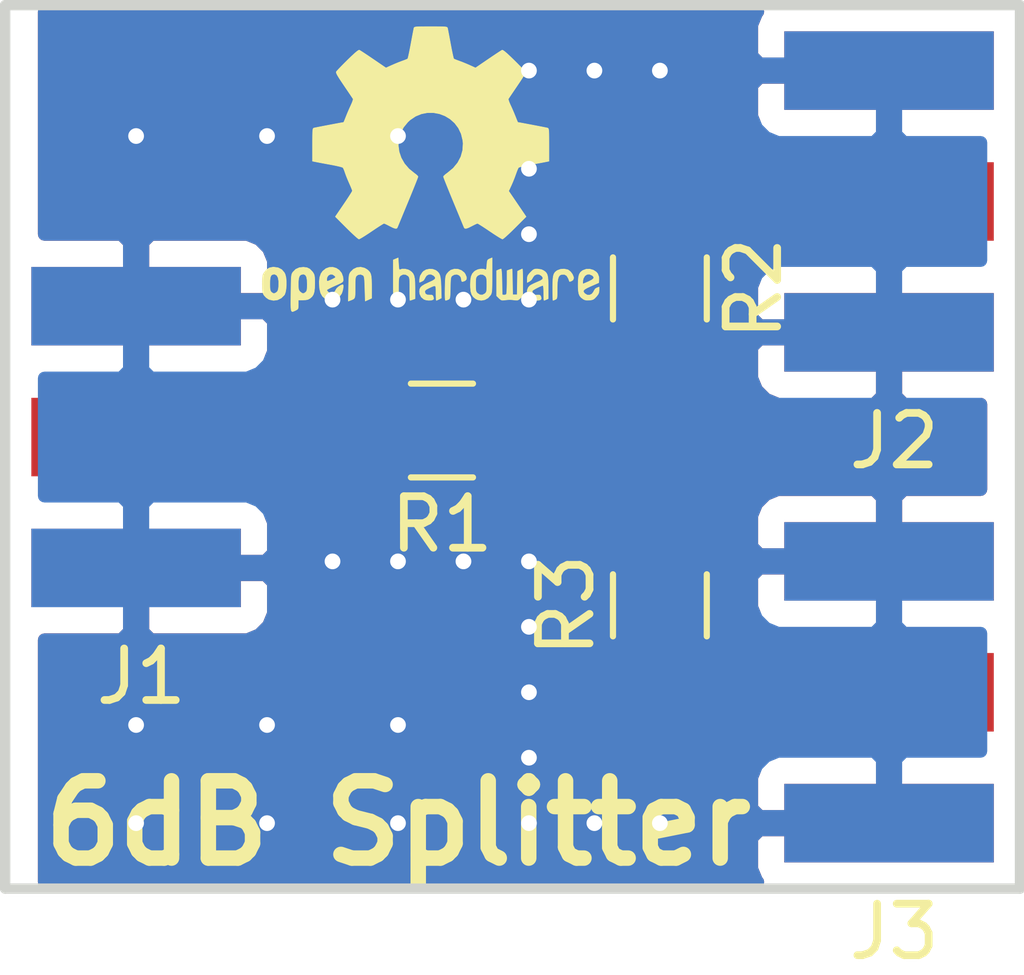
<source format=kicad_pcb>
(kicad_pcb (version 20171130) (host pcbnew "(5.0.1)-4")

  (general
    (thickness 1.6)
    (drawings 5)
    (tracks 37)
    (zones 0)
    (modules 7)
    (nets 6)
  )

  (page A4)
  (layers
    (0 F.Cu signal)
    (31 B.Cu signal)
    (32 B.Adhes user)
    (33 F.Adhes user)
    (34 B.Paste user)
    (35 F.Paste user)
    (36 B.SilkS user)
    (37 F.SilkS user)
    (38 B.Mask user)
    (39 F.Mask user)
    (40 Dwgs.User user)
    (41 Cmts.User user)
    (42 Eco1.User user)
    (43 Eco2.User user)
    (44 Edge.Cuts user)
    (45 Margin user)
    (46 B.CrtYd user)
    (47 F.CrtYd user)
    (48 B.Fab user)
    (49 F.Fab user)
  )

  (setup
    (last_trace_width 0.2032)
    (trace_clearance 0.2032)
    (zone_clearance 0.508)
    (zone_45_only no)
    (trace_min 0.2032)
    (segment_width 0.2)
    (edge_width 0.15)
    (via_size 0.6096)
    (via_drill 0.3048)
    (via_min_size 0.6096)
    (via_min_drill 0.3048)
    (uvia_size 0.3)
    (uvia_drill 0.1)
    (uvias_allowed no)
    (uvia_min_size 0.2)
    (uvia_min_drill 0.1)
    (pcb_text_width 0.3)
    (pcb_text_size 1.5 1.5)
    (mod_edge_width 0.15)
    (mod_text_size 1 1)
    (mod_text_width 0.15)
    (pad_size 1.524 1.524)
    (pad_drill 0.762)
    (pad_to_mask_clearance 0.051)
    (solder_mask_min_width 0.25)
    (aux_axis_origin 0 0)
    (visible_elements 7FFFFFFF)
    (pcbplotparams
      (layerselection 0x010fc_ffffffff)
      (usegerberextensions false)
      (usegerberattributes false)
      (usegerberadvancedattributes false)
      (creategerberjobfile false)
      (excludeedgelayer true)
      (linewidth 0.100000)
      (plotframeref false)
      (viasonmask false)
      (mode 1)
      (useauxorigin false)
      (hpglpennumber 1)
      (hpglpenspeed 20)
      (hpglpendiameter 15.000000)
      (psnegative false)
      (psa4output false)
      (plotreference true)
      (plotvalue true)
      (plotinvisibletext false)
      (padsonsilk false)
      (subtractmaskfromsilk false)
      (outputformat 1)
      (mirror false)
      (drillshape 1)
      (scaleselection 1)
      (outputdirectory ""))
  )

  (net 0 "")
  (net 1 "Net-(J1-Pad1)")
  (net 2 GND)
  (net 3 "Net-(J2-Pad1)")
  (net 4 "Net-(J3-Pad1)")
  (net 5 "Net-(R1-Pad1)")

  (net_class Default "This is the default net class."
    (clearance 0.2032)
    (trace_width 0.2032)
    (via_dia 0.6096)
    (via_drill 0.3048)
    (uvia_dia 0.3)
    (uvia_drill 0.1)
    (diff_pair_gap 0.2032)
    (diff_pair_width 0.2032)
    (add_net GND)
  )

  (net_class 50Ohm ""
    (clearance 0.37)
    (trace_width 1.8)
    (via_dia 0.6096)
    (via_drill 0.3048)
    (uvia_dia 0.3)
    (uvia_drill 0.1)
    (diff_pair_gap 0.2032)
    (diff_pair_width 0.2032)
    (add_net "Net-(J1-Pad1)")
    (add_net "Net-(J2-Pad1)")
    (add_net "Net-(J3-Pad1)")
    (add_net "Net-(R1-Pad1)")
  )

  (module RFLego_Footprint:SMA_Edge (layer F.Cu) (tedit 5C1640A8) (tstamp 5C33315A)
    (at 112.268 97.282)
    (path /5C181930)
    (fp_text reference J1 (at 2.1336 4.6482) (layer F.SilkS)
      (effects (font (size 1 1) (thickness 0.15)))
    )
    (fp_text value SMA (at 1.27 6.35) (layer F.Fab) hide
      (effects (font (size 1 1) (thickness 0.15)))
    )
    (pad 1 smd rect (at 2.032 0) (size 4.064 1.524) (layers F.Cu F.Mask)
      (net 1 "Net-(J1-Pad1)"))
    (pad 2 smd rect (at 2.032 -2.54) (size 4.064 1.524) (layers F.Cu F.Mask)
      (net 2 GND))
    (pad 2 smd rect (at 2.032 2.54) (size 4.064 1.524) (layers B.Cu B.Mask)
      (net 2 GND))
    (pad 2 smd rect (at 2.032 -2.54) (size 4.064 1.524) (layers B.Cu B.Mask)
      (net 2 GND))
    (pad 2 smd rect (at 2.032 2.54) (size 4.064 1.524) (layers F.Cu F.Mask)
      (net 2 GND))
  )

  (module RFLego_Footprint:SMA_Edge (layer F.Cu) (tedit 5C1640A8) (tstamp 5C333163)
    (at 126.873 92.71)
    (path /5C18187E)
    (fp_text reference J2 (at 2.1336 4.6482) (layer F.SilkS)
      (effects (font (size 1 1) (thickness 0.15)))
    )
    (fp_text value SMA (at 1.27 6.35) (layer F.Fab) hide
      (effects (font (size 1 1) (thickness 0.15)))
    )
    (pad 1 smd rect (at 2.032 0) (size 4.064 1.524) (layers F.Cu F.Mask)
      (net 3 "Net-(J2-Pad1)"))
    (pad 2 smd rect (at 2.032 -2.54) (size 4.064 1.524) (layers F.Cu F.Mask)
      (net 2 GND))
    (pad 2 smd rect (at 2.032 2.54) (size 4.064 1.524) (layers B.Cu B.Mask)
      (net 2 GND))
    (pad 2 smd rect (at 2.032 -2.54) (size 4.064 1.524) (layers B.Cu B.Mask)
      (net 2 GND))
    (pad 2 smd rect (at 2.032 2.54) (size 4.064 1.524) (layers F.Cu F.Mask)
      (net 2 GND))
  )

  (module RFLego_Footprint:SMA_Edge (layer F.Cu) (tedit 5C1640A8) (tstamp 5C33316C)
    (at 126.873 102.235)
    (path /5C18190A)
    (fp_text reference J3 (at 2.1336 4.6482) (layer F.SilkS)
      (effects (font (size 1 1) (thickness 0.15)))
    )
    (fp_text value SMA (at 1.27 6.35) (layer F.Fab) hide
      (effects (font (size 1 1) (thickness 0.15)))
    )
    (pad 2 smd rect (at 2.032 2.54) (size 4.064 1.524) (layers F.Cu F.Mask)
      (net 2 GND))
    (pad 2 smd rect (at 2.032 -2.54) (size 4.064 1.524) (layers B.Cu B.Mask)
      (net 2 GND))
    (pad 2 smd rect (at 2.032 2.54) (size 4.064 1.524) (layers B.Cu B.Mask)
      (net 2 GND))
    (pad 2 smd rect (at 2.032 -2.54) (size 4.064 1.524) (layers F.Cu F.Mask)
      (net 2 GND))
    (pad 1 smd rect (at 2.032 0) (size 4.064 1.524) (layers F.Cu F.Mask)
      (net 4 "Net-(J3-Pad1)"))
  )

  (module Resistor_SMD:R_1206_3216Metric_Pad1.42x1.75mm_HandSolder (layer F.Cu) (tedit 5B301BBD) (tstamp 5C33317D)
    (at 120.2325 97.155 180)
    (descr "Resistor SMD 1206 (3216 Metric), square (rectangular) end terminal, IPC_7351 nominal with elongated pad for handsoldering. (Body size source: http://www.tortai-tech.com/upload/download/2011102023233369053.pdf), generated with kicad-footprint-generator")
    (tags "resistor handsolder")
    (path /5C18198B)
    (attr smd)
    (fp_text reference R1 (at 0 -1.82 180) (layer F.SilkS)
      (effects (font (size 1 1) (thickness 0.15)))
    )
    (fp_text value R (at 0 1.82 180) (layer F.Fab)
      (effects (font (size 1 1) (thickness 0.15)))
    )
    (fp_line (start -1.6 0.8) (end -1.6 -0.8) (layer F.Fab) (width 0.1))
    (fp_line (start -1.6 -0.8) (end 1.6 -0.8) (layer F.Fab) (width 0.1))
    (fp_line (start 1.6 -0.8) (end 1.6 0.8) (layer F.Fab) (width 0.1))
    (fp_line (start 1.6 0.8) (end -1.6 0.8) (layer F.Fab) (width 0.1))
    (fp_line (start -0.602064 -0.91) (end 0.602064 -0.91) (layer F.SilkS) (width 0.12))
    (fp_line (start -0.602064 0.91) (end 0.602064 0.91) (layer F.SilkS) (width 0.12))
    (fp_line (start -2.45 1.12) (end -2.45 -1.12) (layer F.CrtYd) (width 0.05))
    (fp_line (start -2.45 -1.12) (end 2.45 -1.12) (layer F.CrtYd) (width 0.05))
    (fp_line (start 2.45 -1.12) (end 2.45 1.12) (layer F.CrtYd) (width 0.05))
    (fp_line (start 2.45 1.12) (end -2.45 1.12) (layer F.CrtYd) (width 0.05))
    (fp_text user %R (at 0 0 180) (layer F.Fab)
      (effects (font (size 0.8 0.8) (thickness 0.12)))
    )
    (pad 1 smd roundrect (at -1.4875 0 180) (size 1.425 1.75) (layers F.Cu F.Paste F.Mask) (roundrect_rratio 0.175439)
      (net 5 "Net-(R1-Pad1)"))
    (pad 2 smd roundrect (at 1.4875 0 180) (size 1.425 1.75) (layers F.Cu F.Paste F.Mask) (roundrect_rratio 0.175439)
      (net 1 "Net-(J1-Pad1)"))
    (model ${KISYS3DMOD}/Resistor_SMD.3dshapes/R_1206_3216Metric.wrl
      (at (xyz 0 0 0))
      (scale (xyz 1 1 1))
      (rotate (xyz 0 0 0))
    )
  )

  (module Resistor_SMD:R_1206_3216Metric_Pad1.42x1.75mm_HandSolder (layer F.Cu) (tedit 5B301BBD) (tstamp 5C33318E)
    (at 124.46 94.3975 270)
    (descr "Resistor SMD 1206 (3216 Metric), square (rectangular) end terminal, IPC_7351 nominal with elongated pad for handsoldering. (Body size source: http://www.tortai-tech.com/upload/download/2011102023233369053.pdf), generated with kicad-footprint-generator")
    (tags "resistor handsolder")
    (path /5C1819EC)
    (attr smd)
    (fp_text reference R2 (at 0 -1.82 270) (layer F.SilkS)
      (effects (font (size 1 1) (thickness 0.15)))
    )
    (fp_text value R (at 0 1.82 270) (layer F.Fab)
      (effects (font (size 1 1) (thickness 0.15)))
    )
    (fp_text user %R (at 0 0 270) (layer F.Fab)
      (effects (font (size 0.8 0.8) (thickness 0.12)))
    )
    (fp_line (start 2.45 1.12) (end -2.45 1.12) (layer F.CrtYd) (width 0.05))
    (fp_line (start 2.45 -1.12) (end 2.45 1.12) (layer F.CrtYd) (width 0.05))
    (fp_line (start -2.45 -1.12) (end 2.45 -1.12) (layer F.CrtYd) (width 0.05))
    (fp_line (start -2.45 1.12) (end -2.45 -1.12) (layer F.CrtYd) (width 0.05))
    (fp_line (start -0.602064 0.91) (end 0.602064 0.91) (layer F.SilkS) (width 0.12))
    (fp_line (start -0.602064 -0.91) (end 0.602064 -0.91) (layer F.SilkS) (width 0.12))
    (fp_line (start 1.6 0.8) (end -1.6 0.8) (layer F.Fab) (width 0.1))
    (fp_line (start 1.6 -0.8) (end 1.6 0.8) (layer F.Fab) (width 0.1))
    (fp_line (start -1.6 -0.8) (end 1.6 -0.8) (layer F.Fab) (width 0.1))
    (fp_line (start -1.6 0.8) (end -1.6 -0.8) (layer F.Fab) (width 0.1))
    (pad 2 smd roundrect (at 1.4875 0 270) (size 1.425 1.75) (layers F.Cu F.Paste F.Mask) (roundrect_rratio 0.175439)
      (net 5 "Net-(R1-Pad1)"))
    (pad 1 smd roundrect (at -1.4875 0 270) (size 1.425 1.75) (layers F.Cu F.Paste F.Mask) (roundrect_rratio 0.175439)
      (net 3 "Net-(J2-Pad1)"))
    (model ${KISYS3DMOD}/Resistor_SMD.3dshapes/R_1206_3216Metric.wrl
      (at (xyz 0 0 0))
      (scale (xyz 1 1 1))
      (rotate (xyz 0 0 0))
    )
  )

  (module Resistor_SMD:R_1206_3216Metric_Pad1.42x1.75mm_HandSolder (layer F.Cu) (tedit 5B301BBD) (tstamp 5C33319F)
    (at 124.46 100.5475 90)
    (descr "Resistor SMD 1206 (3216 Metric), square (rectangular) end terminal, IPC_7351 nominal with elongated pad for handsoldering. (Body size source: http://www.tortai-tech.com/upload/download/2011102023233369053.pdf), generated with kicad-footprint-generator")
    (tags "resistor handsolder")
    (path /5C181A18)
    (attr smd)
    (fp_text reference R3 (at 0 -1.82 90) (layer F.SilkS)
      (effects (font (size 1 1) (thickness 0.15)))
    )
    (fp_text value R (at 0 1.82 90) (layer F.Fab)
      (effects (font (size 1 1) (thickness 0.15)))
    )
    (fp_line (start -1.6 0.8) (end -1.6 -0.8) (layer F.Fab) (width 0.1))
    (fp_line (start -1.6 -0.8) (end 1.6 -0.8) (layer F.Fab) (width 0.1))
    (fp_line (start 1.6 -0.8) (end 1.6 0.8) (layer F.Fab) (width 0.1))
    (fp_line (start 1.6 0.8) (end -1.6 0.8) (layer F.Fab) (width 0.1))
    (fp_line (start -0.602064 -0.91) (end 0.602064 -0.91) (layer F.SilkS) (width 0.12))
    (fp_line (start -0.602064 0.91) (end 0.602064 0.91) (layer F.SilkS) (width 0.12))
    (fp_line (start -2.45 1.12) (end -2.45 -1.12) (layer F.CrtYd) (width 0.05))
    (fp_line (start -2.45 -1.12) (end 2.45 -1.12) (layer F.CrtYd) (width 0.05))
    (fp_line (start 2.45 -1.12) (end 2.45 1.12) (layer F.CrtYd) (width 0.05))
    (fp_line (start 2.45 1.12) (end -2.45 1.12) (layer F.CrtYd) (width 0.05))
    (fp_text user %R (at 0 0 90) (layer F.Fab)
      (effects (font (size 0.8 0.8) (thickness 0.12)))
    )
    (pad 1 smd roundrect (at -1.4875 0 90) (size 1.425 1.75) (layers F.Cu F.Paste F.Mask) (roundrect_rratio 0.175439)
      (net 4 "Net-(J3-Pad1)"))
    (pad 2 smd roundrect (at 1.4875 0 90) (size 1.425 1.75) (layers F.Cu F.Paste F.Mask) (roundrect_rratio 0.175439)
      (net 5 "Net-(R1-Pad1)"))
    (model ${KISYS3DMOD}/Resistor_SMD.3dshapes/R_1206_3216Metric.wrl
      (at (xyz 0 0 0))
      (scale (xyz 1 1 1))
      (rotate (xyz 0 0 0))
    )
  )

  (module Symbol:OSHW-Logo2_7.3x6mm_SilkScreen (layer F.Cu) (tedit 0) (tstamp 5C3334BB)
    (at 120.015 92.075)
    (descr "Open Source Hardware Symbol")
    (tags "Logo Symbol OSHW")
    (attr virtual)
    (fp_text reference REF** (at 0 0) (layer F.SilkS) hide
      (effects (font (size 1 1) (thickness 0.15)))
    )
    (fp_text value OSHW-Logo2_7.3x6mm_SilkScreen (at 0.75 0) (layer F.Fab) hide
      (effects (font (size 1 1) (thickness 0.15)))
    )
    (fp_poly (pts (xy 0.10391 -2.757652) (xy 0.182454 -2.757222) (xy 0.239298 -2.756058) (xy 0.278105 -2.753793)
      (xy 0.302538 -2.75006) (xy 0.316262 -2.744494) (xy 0.32294 -2.736727) (xy 0.326236 -2.726395)
      (xy 0.326556 -2.725057) (xy 0.331562 -2.700921) (xy 0.340829 -2.653299) (xy 0.353392 -2.587259)
      (xy 0.368287 -2.507872) (xy 0.384551 -2.420204) (xy 0.385119 -2.417125) (xy 0.40141 -2.331211)
      (xy 0.416652 -2.255304) (xy 0.429861 -2.193955) (xy 0.440054 -2.151718) (xy 0.446248 -2.133145)
      (xy 0.446543 -2.132816) (xy 0.464788 -2.123747) (xy 0.502405 -2.108633) (xy 0.551271 -2.090738)
      (xy 0.551543 -2.090642) (xy 0.613093 -2.067507) (xy 0.685657 -2.038035) (xy 0.754057 -2.008403)
      (xy 0.757294 -2.006938) (xy 0.868702 -1.956374) (xy 1.115399 -2.12484) (xy 1.191077 -2.176197)
      (xy 1.259631 -2.222111) (xy 1.317088 -2.25997) (xy 1.359476 -2.287163) (xy 1.382825 -2.301079)
      (xy 1.385042 -2.302111) (xy 1.40201 -2.297516) (xy 1.433701 -2.275345) (xy 1.481352 -2.234553)
      (xy 1.546198 -2.174095) (xy 1.612397 -2.109773) (xy 1.676214 -2.046388) (xy 1.733329 -1.988549)
      (xy 1.780305 -1.939825) (xy 1.813703 -1.90379) (xy 1.830085 -1.884016) (xy 1.830694 -1.882998)
      (xy 1.832505 -1.869428) (xy 1.825683 -1.847267) (xy 1.80854 -1.813522) (xy 1.779393 -1.7652)
      (xy 1.736555 -1.699308) (xy 1.679448 -1.614483) (xy 1.628766 -1.539823) (xy 1.583461 -1.47286)
      (xy 1.54615 -1.417484) (xy 1.519452 -1.37758) (xy 1.505985 -1.357038) (xy 1.505137 -1.355644)
      (xy 1.506781 -1.335962) (xy 1.519245 -1.297707) (xy 1.540048 -1.248111) (xy 1.547462 -1.232272)
      (xy 1.579814 -1.16171) (xy 1.614328 -1.081647) (xy 1.642365 -1.012371) (xy 1.662568 -0.960955)
      (xy 1.678615 -0.921881) (xy 1.687888 -0.901459) (xy 1.689041 -0.899886) (xy 1.706096 -0.897279)
      (xy 1.746298 -0.890137) (xy 1.804302 -0.879477) (xy 1.874763 -0.866315) (xy 1.952335 -0.851667)
      (xy 2.031672 -0.836551) (xy 2.107431 -0.821982) (xy 2.174264 -0.808978) (xy 2.226828 -0.798555)
      (xy 2.259776 -0.79173) (xy 2.267857 -0.789801) (xy 2.276205 -0.785038) (xy 2.282506 -0.774282)
      (xy 2.287045 -0.753902) (xy 2.290104 -0.720266) (xy 2.291967 -0.669745) (xy 2.292918 -0.598708)
      (xy 2.29324 -0.503524) (xy 2.293257 -0.464508) (xy 2.293257 -0.147201) (xy 2.217057 -0.132161)
      (xy 2.174663 -0.124005) (xy 2.1114 -0.112101) (xy 2.034962 -0.097884) (xy 1.953043 -0.08279)
      (xy 1.9304 -0.078645) (xy 1.854806 -0.063947) (xy 1.788953 -0.049495) (xy 1.738366 -0.036625)
      (xy 1.708574 -0.026678) (xy 1.703612 -0.023713) (xy 1.691426 -0.002717) (xy 1.673953 0.037967)
      (xy 1.654577 0.090322) (xy 1.650734 0.1016) (xy 1.625339 0.171523) (xy 1.593817 0.250418)
      (xy 1.562969 0.321266) (xy 1.562817 0.321595) (xy 1.511447 0.432733) (xy 1.680399 0.681253)
      (xy 1.849352 0.929772) (xy 1.632429 1.147058) (xy 1.566819 1.211726) (xy 1.506979 1.268733)
      (xy 1.456267 1.315033) (xy 1.418046 1.347584) (xy 1.395675 1.363343) (xy 1.392466 1.364343)
      (xy 1.373626 1.356469) (xy 1.33518 1.334578) (xy 1.28133 1.301267) (xy 1.216276 1.259131)
      (xy 1.14594 1.211943) (xy 1.074555 1.16381) (xy 1.010908 1.121928) (xy 0.959041 1.088871)
      (xy 0.922995 1.067218) (xy 0.906867 1.059543) (xy 0.887189 1.066037) (xy 0.849875 1.08315)
      (xy 0.802621 1.107326) (xy 0.797612 1.110013) (xy 0.733977 1.141927) (xy 0.690341 1.157579)
      (xy 0.663202 1.157745) (xy 0.649057 1.143204) (xy 0.648975 1.143) (xy 0.641905 1.125779)
      (xy 0.625042 1.084899) (xy 0.599695 1.023525) (xy 0.567171 0.944819) (xy 0.528778 0.851947)
      (xy 0.485822 0.748072) (xy 0.444222 0.647502) (xy 0.398504 0.536516) (xy 0.356526 0.433703)
      (xy 0.319548 0.342215) (xy 0.288827 0.265201) (xy 0.265622 0.205815) (xy 0.25119 0.167209)
      (xy 0.246743 0.1528) (xy 0.257896 0.136272) (xy 0.287069 0.10993) (xy 0.325971 0.080887)
      (xy 0.436757 -0.010961) (xy 0.523351 -0.116241) (xy 0.584716 -0.232734) (xy 0.619815 -0.358224)
      (xy 0.627608 -0.490493) (xy 0.621943 -0.551543) (xy 0.591078 -0.678205) (xy 0.53792 -0.790059)
      (xy 0.465767 -0.885999) (xy 0.377917 -0.964924) (xy 0.277665 -1.02573) (xy 0.16831 -1.067313)
      (xy 0.053147 -1.088572) (xy -0.064525 -1.088401) (xy -0.18141 -1.065699) (xy -0.294211 -1.019362)
      (xy -0.399631 -0.948287) (xy -0.443632 -0.908089) (xy -0.528021 -0.804871) (xy -0.586778 -0.692075)
      (xy -0.620296 -0.57299) (xy -0.628965 -0.450905) (xy -0.613177 -0.329107) (xy -0.573322 -0.210884)
      (xy -0.509793 -0.099525) (xy -0.422979 0.001684) (xy -0.325971 0.080887) (xy -0.285563 0.111162)
      (xy -0.257018 0.137219) (xy -0.246743 0.152825) (xy -0.252123 0.169843) (xy -0.267425 0.2105)
      (xy -0.291388 0.271642) (xy -0.322756 0.350119) (xy -0.360268 0.44278) (xy -0.402667 0.546472)
      (xy -0.444337 0.647526) (xy -0.49031 0.758607) (xy -0.532893 0.861541) (xy -0.570779 0.953165)
      (xy -0.60266 1.030316) (xy -0.627229 1.089831) (xy -0.64318 1.128544) (xy -0.64909 1.143)
      (xy -0.663052 1.157685) (xy -0.69006 1.157642) (xy -0.733587 1.142099) (xy -0.79711 1.110284)
      (xy -0.797612 1.110013) (xy -0.84544 1.085323) (xy -0.884103 1.067338) (xy -0.905905 1.059614)
      (xy -0.906867 1.059543) (xy -0.923279 1.067378) (xy -0.959513 1.089165) (xy -1.011526 1.122328)
      (xy -1.075275 1.164291) (xy -1.14594 1.211943) (xy -1.217884 1.260191) (xy -1.282726 1.302151)
      (xy -1.336265 1.335227) (xy -1.374303 1.356821) (xy -1.392467 1.364343) (xy -1.409192 1.354457)
      (xy -1.44282 1.326826) (xy -1.48999 1.284495) (xy -1.547342 1.230505) (xy -1.611516 1.167899)
      (xy -1.632503 1.146983) (xy -1.849501 0.929623) (xy -1.684332 0.68722) (xy -1.634136 0.612781)
      (xy -1.590081 0.545972) (xy -1.554638 0.490665) (xy -1.530281 0.450729) (xy -1.519478 0.430036)
      (xy -1.519162 0.428563) (xy -1.524857 0.409058) (xy -1.540174 0.369822) (xy -1.562463 0.31743)
      (xy -1.578107 0.282355) (xy -1.607359 0.215201) (xy -1.634906 0.147358) (xy -1.656263 0.090034)
      (xy -1.662065 0.072572) (xy -1.678548 0.025938) (xy -1.69466 -0.010095) (xy -1.70351 -0.023713)
      (xy -1.72304 -0.032048) (xy -1.765666 -0.043863) (xy -1.825855 -0.057819) (xy -1.898078 -0.072578)
      (xy -1.9304 -0.078645) (xy -2.012478 -0.093727) (xy -2.091205 -0.108331) (xy -2.158891 -0.12102)
      (xy -2.20784 -0.130358) (xy -2.217057 -0.132161) (xy -2.293257 -0.147201) (xy -2.293257 -0.464508)
      (xy -2.293086 -0.568846) (xy -2.292384 -0.647787) (xy -2.290866 -0.704962) (xy -2.288251 -0.744001)
      (xy -2.284254 -0.768535) (xy -2.278591 -0.782195) (xy -2.27098 -0.788611) (xy -2.267857 -0.789801)
      (xy -2.249022 -0.79402) (xy -2.207412 -0.802438) (xy -2.14837 -0.814039) (xy -2.077243 -0.827805)
      (xy -1.999375 -0.84272) (xy -1.920113 -0.857768) (xy -1.844802 -0.871931) (xy -1.778787 -0.884194)
      (xy -1.727413 -0.893539) (xy -1.696025 -0.89895) (xy -1.689041 -0.899886) (xy -1.682715 -0.912404)
      (xy -1.66871 -0.945754) (xy -1.649645 -0.993623) (xy -1.642366 -1.012371) (xy -1.613004 -1.084805)
      (xy -1.578429 -1.16483) (xy -1.547463 -1.232272) (xy -1.524677 -1.283841) (xy -1.509518 -1.326215)
      (xy -1.504458 -1.352166) (xy -1.505264 -1.355644) (xy -1.515959 -1.372064) (xy -1.54038 -1.408583)
      (xy -1.575905 -1.461313) (xy -1.619913 -1.526365) (xy -1.669783 -1.599849) (xy -1.679644 -1.614355)
      (xy -1.737508 -1.700296) (xy -1.780044 -1.765739) (xy -1.808946 -1.813696) (xy -1.82591 -1.84718)
      (xy -1.832633 -1.869205) (xy -1.83081 -1.882783) (xy -1.830764 -1.882869) (xy -1.816414 -1.900703)
      (xy -1.784677 -1.935183) (xy -1.73899 -1.982732) (xy -1.682796 -2.039778) (xy -1.619532 -2.102745)
      (xy -1.612398 -2.109773) (xy -1.53267 -2.18698) (xy -1.471143 -2.24367) (xy -1.426579 -2.28089)
      (xy -1.397743 -2.299685) (xy -1.385042 -2.302111) (xy -1.366506 -2.291529) (xy -1.328039 -2.267084)
      (xy -1.273614 -2.231388) (xy -1.207202 -2.187053) (xy -1.132775 -2.136689) (xy -1.115399 -2.12484)
      (xy -0.868703 -1.956374) (xy -0.757294 -2.006938) (xy -0.689543 -2.036405) (xy -0.616817 -2.066041)
      (xy -0.554297 -2.08967) (xy -0.551543 -2.090642) (xy -0.50264 -2.108543) (xy -0.464943 -2.12368)
      (xy -0.446575 -2.13279) (xy -0.446544 -2.132816) (xy -0.440715 -2.149283) (xy -0.430808 -2.189781)
      (xy -0.417805 -2.249758) (xy -0.402691 -2.32466) (xy -0.386448 -2.409936) (xy -0.385119 -2.417125)
      (xy -0.368825 -2.504986) (xy -0.353867 -2.58474) (xy -0.341209 -2.651319) (xy -0.331814 -2.699653)
      (xy -0.326646 -2.724675) (xy -0.326556 -2.725057) (xy -0.323411 -2.735701) (xy -0.317296 -2.743738)
      (xy -0.304547 -2.749533) (xy -0.2815 -2.753453) (xy -0.244491 -2.755865) (xy -0.189856 -2.757135)
      (xy -0.113933 -2.757629) (xy -0.013056 -2.757714) (xy 0 -2.757714) (xy 0.10391 -2.757652)) (layer F.SilkS) (width 0.01))
    (fp_poly (pts (xy 3.153595 1.966966) (xy 3.211021 2.004497) (xy 3.238719 2.038096) (xy 3.260662 2.099064)
      (xy 3.262405 2.147308) (xy 3.258457 2.211816) (xy 3.109686 2.276934) (xy 3.037349 2.310202)
      (xy 2.990084 2.336964) (xy 2.965507 2.360144) (xy 2.961237 2.382667) (xy 2.974889 2.407455)
      (xy 2.989943 2.423886) (xy 3.033746 2.450235) (xy 3.081389 2.452081) (xy 3.125145 2.431546)
      (xy 3.157289 2.390752) (xy 3.163038 2.376347) (xy 3.190576 2.331356) (xy 3.222258 2.312182)
      (xy 3.265714 2.295779) (xy 3.265714 2.357966) (xy 3.261872 2.400283) (xy 3.246823 2.435969)
      (xy 3.21528 2.476943) (xy 3.210592 2.482267) (xy 3.175506 2.51872) (xy 3.145347 2.538283)
      (xy 3.107615 2.547283) (xy 3.076335 2.55023) (xy 3.020385 2.550965) (xy 2.980555 2.54166)
      (xy 2.955708 2.527846) (xy 2.916656 2.497467) (xy 2.889625 2.464613) (xy 2.872517 2.423294)
      (xy 2.863238 2.367521) (xy 2.859693 2.291305) (xy 2.85941 2.252622) (xy 2.860372 2.206247)
      (xy 2.948007 2.206247) (xy 2.949023 2.231126) (xy 2.951556 2.2352) (xy 2.968274 2.229665)
      (xy 3.004249 2.215017) (xy 3.052331 2.19419) (xy 3.062386 2.189714) (xy 3.123152 2.158814)
      (xy 3.156632 2.131657) (xy 3.16399 2.10622) (xy 3.146391 2.080481) (xy 3.131856 2.069109)
      (xy 3.07941 2.046364) (xy 3.030322 2.050122) (xy 2.989227 2.077884) (xy 2.960758 2.127152)
      (xy 2.951631 2.166257) (xy 2.948007 2.206247) (xy 2.860372 2.206247) (xy 2.861285 2.162249)
      (xy 2.868196 2.095384) (xy 2.881884 2.046695) (xy 2.904096 2.010849) (xy 2.936574 1.982513)
      (xy 2.950733 1.973355) (xy 3.015053 1.949507) (xy 3.085473 1.948006) (xy 3.153595 1.966966)) (layer F.SilkS) (width 0.01))
    (fp_poly (pts (xy 2.6526 1.958752) (xy 2.669948 1.966334) (xy 2.711356 1.999128) (xy 2.746765 2.046547)
      (xy 2.768664 2.097151) (xy 2.772229 2.122098) (xy 2.760279 2.156927) (xy 2.734067 2.175357)
      (xy 2.705964 2.186516) (xy 2.693095 2.188572) (xy 2.686829 2.173649) (xy 2.674456 2.141175)
      (xy 2.669028 2.126502) (xy 2.63859 2.075744) (xy 2.59452 2.050427) (xy 2.53801 2.051206)
      (xy 2.533825 2.052203) (xy 2.503655 2.066507) (xy 2.481476 2.094393) (xy 2.466327 2.139287)
      (xy 2.45725 2.204615) (xy 2.453286 2.293804) (xy 2.452914 2.341261) (xy 2.45273 2.416071)
      (xy 2.451522 2.467069) (xy 2.448309 2.499471) (xy 2.442109 2.518495) (xy 2.43194 2.529356)
      (xy 2.416819 2.537272) (xy 2.415946 2.53767) (xy 2.386828 2.549981) (xy 2.372403 2.554514)
      (xy 2.370186 2.540809) (xy 2.368289 2.502925) (xy 2.366847 2.445715) (xy 2.365998 2.374027)
      (xy 2.365829 2.321565) (xy 2.366692 2.220047) (xy 2.37007 2.143032) (xy 2.377142 2.086023)
      (xy 2.389088 2.044526) (xy 2.40709 2.014043) (xy 2.432327 1.99008) (xy 2.457247 1.973355)
      (xy 2.517171 1.951097) (xy 2.586911 1.946076) (xy 2.6526 1.958752)) (layer F.SilkS) (width 0.01))
    (fp_poly (pts (xy 2.144876 1.956335) (xy 2.186667 1.975344) (xy 2.219469 1.998378) (xy 2.243503 2.024133)
      (xy 2.260097 2.057358) (xy 2.270577 2.1028) (xy 2.276271 2.165207) (xy 2.278507 2.249327)
      (xy 2.278743 2.304721) (xy 2.278743 2.520826) (xy 2.241774 2.53767) (xy 2.212656 2.549981)
      (xy 2.198231 2.554514) (xy 2.195472 2.541025) (xy 2.193282 2.504653) (xy 2.191942 2.451542)
      (xy 2.191657 2.409372) (xy 2.190434 2.348447) (xy 2.187136 2.300115) (xy 2.182321 2.270518)
      (xy 2.178496 2.264229) (xy 2.152783 2.270652) (xy 2.112418 2.287125) (xy 2.065679 2.309458)
      (xy 2.020845 2.333457) (xy 1.986193 2.35493) (xy 1.970002 2.369685) (xy 1.969938 2.369845)
      (xy 1.97133 2.397152) (xy 1.983818 2.423219) (xy 2.005743 2.444392) (xy 2.037743 2.451474)
      (xy 2.065092 2.450649) (xy 2.103826 2.450042) (xy 2.124158 2.459116) (xy 2.136369 2.483092)
      (xy 2.137909 2.487613) (xy 2.143203 2.521806) (xy 2.129047 2.542568) (xy 2.092148 2.552462)
      (xy 2.052289 2.554292) (xy 1.980562 2.540727) (xy 1.943432 2.521355) (xy 1.897576 2.475845)
      (xy 1.873256 2.419983) (xy 1.871073 2.360957) (xy 1.891629 2.305953) (xy 1.922549 2.271486)
      (xy 1.95342 2.252189) (xy 2.001942 2.227759) (xy 2.058485 2.202985) (xy 2.06791 2.199199)
      (xy 2.130019 2.171791) (xy 2.165822 2.147634) (xy 2.177337 2.123619) (xy 2.16658 2.096635)
      (xy 2.148114 2.075543) (xy 2.104469 2.049572) (xy 2.056446 2.047624) (xy 2.012406 2.067637)
      (xy 1.980709 2.107551) (xy 1.976549 2.117848) (xy 1.952327 2.155724) (xy 1.916965 2.183842)
      (xy 1.872343 2.206917) (xy 1.872343 2.141485) (xy 1.874969 2.101506) (xy 1.88623 2.069997)
      (xy 1.911199 2.036378) (xy 1.935169 2.010484) (xy 1.972441 1.973817) (xy 2.001401 1.954121)
      (xy 2.032505 1.94622) (xy 2.067713 1.944914) (xy 2.144876 1.956335)) (layer F.SilkS) (width 0.01))
    (fp_poly (pts (xy 1.779833 1.958663) (xy 1.782048 1.99685) (xy 1.783784 2.054886) (xy 1.784899 2.12818)
      (xy 1.785257 2.205055) (xy 1.785257 2.465196) (xy 1.739326 2.511127) (xy 1.707675 2.539429)
      (xy 1.67989 2.550893) (xy 1.641915 2.550168) (xy 1.62684 2.548321) (xy 1.579726 2.542948)
      (xy 1.540756 2.539869) (xy 1.531257 2.539585) (xy 1.499233 2.541445) (xy 1.453432 2.546114)
      (xy 1.435674 2.548321) (xy 1.392057 2.551735) (xy 1.362745 2.54432) (xy 1.33368 2.521427)
      (xy 1.323188 2.511127) (xy 1.277257 2.465196) (xy 1.277257 1.978602) (xy 1.314226 1.961758)
      (xy 1.346059 1.949282) (xy 1.364683 1.944914) (xy 1.369458 1.958718) (xy 1.373921 1.997286)
      (xy 1.377775 2.056356) (xy 1.380722 2.131663) (xy 1.382143 2.195286) (xy 1.386114 2.445657)
      (xy 1.420759 2.450556) (xy 1.452268 2.447131) (xy 1.467708 2.436041) (xy 1.472023 2.415308)
      (xy 1.475708 2.371145) (xy 1.478469 2.309146) (xy 1.480012 2.234909) (xy 1.480235 2.196706)
      (xy 1.480457 1.976783) (xy 1.526166 1.960849) (xy 1.558518 1.950015) (xy 1.576115 1.944962)
      (xy 1.576623 1.944914) (xy 1.578388 1.958648) (xy 1.580329 1.99673) (xy 1.582282 2.054482)
      (xy 1.584084 2.127227) (xy 1.585343 2.195286) (xy 1.589314 2.445657) (xy 1.6764 2.445657)
      (xy 1.680396 2.21724) (xy 1.684392 1.988822) (xy 1.726847 1.966868) (xy 1.758192 1.951793)
      (xy 1.776744 1.944951) (xy 1.777279 1.944914) (xy 1.779833 1.958663)) (layer F.SilkS) (width 0.01))
    (fp_poly (pts (xy 1.190117 2.065358) (xy 1.189933 2.173837) (xy 1.189219 2.257287) (xy 1.187675 2.319704)
      (xy 1.185001 2.365085) (xy 1.180894 2.397429) (xy 1.175055 2.420733) (xy 1.167182 2.438995)
      (xy 1.161221 2.449418) (xy 1.111855 2.505945) (xy 1.049264 2.541377) (xy 0.980013 2.55409)
      (xy 0.910668 2.542463) (xy 0.869375 2.521568) (xy 0.826025 2.485422) (xy 0.796481 2.441276)
      (xy 0.778655 2.383462) (xy 0.770463 2.306313) (xy 0.769302 2.249714) (xy 0.769458 2.245647)
      (xy 0.870857 2.245647) (xy 0.871476 2.31055) (xy 0.874314 2.353514) (xy 0.88084 2.381622)
      (xy 0.892523 2.401953) (xy 0.906483 2.417288) (xy 0.953365 2.44689) (xy 1.003701 2.449419)
      (xy 1.051276 2.424705) (xy 1.054979 2.421356) (xy 1.070783 2.403935) (xy 1.080693 2.383209)
      (xy 1.086058 2.352362) (xy 1.088228 2.304577) (xy 1.088571 2.251748) (xy 1.087827 2.185381)
      (xy 1.084748 2.141106) (xy 1.078061 2.112009) (xy 1.066496 2.091173) (xy 1.057013 2.080107)
      (xy 1.01296 2.052198) (xy 0.962224 2.048843) (xy 0.913796 2.070159) (xy 0.90445 2.078073)
      (xy 0.88854 2.095647) (xy 0.87861 2.116587) (xy 0.873278 2.147782) (xy 0.871163 2.196122)
      (xy 0.870857 2.245647) (xy 0.769458 2.245647) (xy 0.77281 2.158568) (xy 0.784726 2.090086)
      (xy 0.807135 2.0386) (xy 0.842124 1.998443) (xy 0.869375 1.977861) (xy 0.918907 1.955625)
      (xy 0.976316 1.945304) (xy 1.029682 1.948067) (xy 1.059543 1.959212) (xy 1.071261 1.962383)
      (xy 1.079037 1.950557) (xy 1.084465 1.918866) (xy 1.088571 1.870593) (xy 1.093067 1.816829)
      (xy 1.099313 1.784482) (xy 1.110676 1.765985) (xy 1.130528 1.75377) (xy 1.143 1.748362)
      (xy 1.190171 1.728601) (xy 1.190117 2.065358)) (layer F.SilkS) (width 0.01))
    (fp_poly (pts (xy 0.529926 1.949755) (xy 0.595858 1.974084) (xy 0.649273 2.017117) (xy 0.670164 2.047409)
      (xy 0.692939 2.102994) (xy 0.692466 2.143186) (xy 0.668562 2.170217) (xy 0.659717 2.174813)
      (xy 0.62153 2.189144) (xy 0.602028 2.185472) (xy 0.595422 2.161407) (xy 0.595086 2.148114)
      (xy 0.582992 2.09921) (xy 0.551471 2.064999) (xy 0.507659 2.048476) (xy 0.458695 2.052634)
      (xy 0.418894 2.074227) (xy 0.40545 2.086544) (xy 0.395921 2.101487) (xy 0.389485 2.124075)
      (xy 0.385317 2.159328) (xy 0.382597 2.212266) (xy 0.380502 2.287907) (xy 0.37996 2.311857)
      (xy 0.377981 2.39379) (xy 0.375731 2.451455) (xy 0.372357 2.489608) (xy 0.367006 2.513004)
      (xy 0.358824 2.526398) (xy 0.346959 2.534545) (xy 0.339362 2.538144) (xy 0.307102 2.550452)
      (xy 0.288111 2.554514) (xy 0.281836 2.540948) (xy 0.278006 2.499934) (xy 0.2766 2.430999)
      (xy 0.277598 2.333669) (xy 0.277908 2.318657) (xy 0.280101 2.229859) (xy 0.282693 2.165019)
      (xy 0.286382 2.119067) (xy 0.291864 2.086935) (xy 0.299835 2.063553) (xy 0.310993 2.043852)
      (xy 0.31683 2.03541) (xy 0.350296 1.998057) (xy 0.387727 1.969003) (xy 0.392309 1.966467)
      (xy 0.459426 1.946443) (xy 0.529926 1.949755)) (layer F.SilkS) (width 0.01))
    (fp_poly (pts (xy 0.039744 1.950968) (xy 0.096616 1.972087) (xy 0.097267 1.972493) (xy 0.13244 1.99838)
      (xy 0.158407 2.028633) (xy 0.17667 2.068058) (xy 0.188732 2.121462) (xy 0.196096 2.193651)
      (xy 0.200264 2.289432) (xy 0.200629 2.303078) (xy 0.205876 2.508842) (xy 0.161716 2.531678)
      (xy 0.129763 2.54711) (xy 0.11047 2.554423) (xy 0.109578 2.554514) (xy 0.106239 2.541022)
      (xy 0.103587 2.504626) (xy 0.101956 2.451452) (xy 0.1016 2.408393) (xy 0.101592 2.338641)
      (xy 0.098403 2.294837) (xy 0.087288 2.273944) (xy 0.063501 2.272925) (xy 0.022296 2.288741)
      (xy -0.039914 2.317815) (xy -0.085659 2.341963) (xy -0.109187 2.362913) (xy -0.116104 2.385747)
      (xy -0.116114 2.386877) (xy -0.104701 2.426212) (xy -0.070908 2.447462) (xy -0.019191 2.450539)
      (xy 0.018061 2.450006) (xy 0.037703 2.460735) (xy 0.049952 2.486505) (xy 0.057002 2.519337)
      (xy 0.046842 2.537966) (xy 0.043017 2.540632) (xy 0.007001 2.55134) (xy -0.043434 2.552856)
      (xy -0.095374 2.545759) (xy -0.132178 2.532788) (xy -0.183062 2.489585) (xy -0.211986 2.429446)
      (xy -0.217714 2.382462) (xy -0.213343 2.340082) (xy -0.197525 2.305488) (xy -0.166203 2.274763)
      (xy -0.115322 2.24399) (xy -0.040824 2.209252) (xy -0.036286 2.207288) (xy 0.030821 2.176287)
      (xy 0.072232 2.150862) (xy 0.089981 2.128014) (xy 0.086107 2.104745) (xy 0.062643 2.078056)
      (xy 0.055627 2.071914) (xy 0.00863 2.0481) (xy -0.040067 2.049103) (xy -0.082478 2.072451)
      (xy -0.110616 2.115675) (xy -0.113231 2.12416) (xy -0.138692 2.165308) (xy -0.170999 2.185128)
      (xy -0.217714 2.20477) (xy -0.217714 2.15395) (xy -0.203504 2.080082) (xy -0.161325 2.012327)
      (xy -0.139376 1.989661) (xy -0.089483 1.960569) (xy -0.026033 1.9474) (xy 0.039744 1.950968)) (layer F.SilkS) (width 0.01))
    (fp_poly (pts (xy -0.624114 1.851289) (xy -0.619861 1.910613) (xy -0.614975 1.945572) (xy -0.608205 1.96082)
      (xy -0.598298 1.961015) (xy -0.595086 1.959195) (xy -0.552356 1.946015) (xy -0.496773 1.946785)
      (xy -0.440263 1.960333) (xy -0.404918 1.977861) (xy -0.368679 2.005861) (xy -0.342187 2.037549)
      (xy -0.324001 2.077813) (xy -0.312678 2.131543) (xy -0.306778 2.203626) (xy -0.304857 2.298951)
      (xy -0.304823 2.317237) (xy -0.3048 2.522646) (xy -0.350509 2.53858) (xy -0.382973 2.54942)
      (xy -0.400785 2.554468) (xy -0.401309 2.554514) (xy -0.403063 2.540828) (xy -0.404556 2.503076)
      (xy -0.405674 2.446224) (xy -0.406303 2.375234) (xy -0.4064 2.332073) (xy -0.406602 2.246973)
      (xy -0.407642 2.185981) (xy -0.410169 2.144177) (xy -0.414836 2.116642) (xy -0.422293 2.098456)
      (xy -0.433189 2.084698) (xy -0.439993 2.078073) (xy -0.486728 2.051375) (xy -0.537728 2.049375)
      (xy -0.583999 2.071955) (xy -0.592556 2.080107) (xy -0.605107 2.095436) (xy -0.613812 2.113618)
      (xy -0.619369 2.139909) (xy -0.622474 2.179562) (xy -0.623824 2.237832) (xy -0.624114 2.318173)
      (xy -0.624114 2.522646) (xy -0.669823 2.53858) (xy -0.702287 2.54942) (xy -0.720099 2.554468)
      (xy -0.720623 2.554514) (xy -0.721963 2.540623) (xy -0.723172 2.501439) (xy -0.724199 2.4407)
      (xy -0.724998 2.362141) (xy -0.725519 2.269498) (xy -0.725714 2.166509) (xy -0.725714 1.769342)
      (xy -0.678543 1.749444) (xy -0.631371 1.729547) (xy -0.624114 1.851289)) (layer F.SilkS) (width 0.01))
    (fp_poly (pts (xy -1.831697 1.931239) (xy -1.774473 1.969735) (xy -1.730251 2.025335) (xy -1.703833 2.096086)
      (xy -1.69849 2.148162) (xy -1.699097 2.169893) (xy -1.704178 2.186531) (xy -1.718145 2.201437)
      (xy -1.745411 2.217973) (xy -1.790388 2.239498) (xy -1.857489 2.269374) (xy -1.857829 2.269524)
      (xy -1.919593 2.297813) (xy -1.970241 2.322933) (xy -2.004596 2.342179) (xy -2.017482 2.352848)
      (xy -2.017486 2.352934) (xy -2.006128 2.376166) (xy -1.979569 2.401774) (xy -1.949077 2.420221)
      (xy -1.93363 2.423886) (xy -1.891485 2.411212) (xy -1.855192 2.379471) (xy -1.837483 2.344572)
      (xy -1.820448 2.318845) (xy -1.787078 2.289546) (xy -1.747851 2.264235) (xy -1.713244 2.250471)
      (xy -1.706007 2.249714) (xy -1.697861 2.26216) (xy -1.69737 2.293972) (xy -1.703357 2.336866)
      (xy -1.714643 2.382558) (xy -1.73005 2.422761) (xy -1.730829 2.424322) (xy -1.777196 2.489062)
      (xy -1.837289 2.533097) (xy -1.905535 2.554711) (xy -1.976362 2.552185) (xy -2.044196 2.523804)
      (xy -2.047212 2.521808) (xy -2.100573 2.473448) (xy -2.13566 2.410352) (xy -2.155078 2.327387)
      (xy -2.157684 2.304078) (xy -2.162299 2.194055) (xy -2.156767 2.142748) (xy -2.017486 2.142748)
      (xy -2.015676 2.174753) (xy -2.005778 2.184093) (xy -1.981102 2.177105) (xy -1.942205 2.160587)
      (xy -1.898725 2.139881) (xy -1.897644 2.139333) (xy -1.860791 2.119949) (xy -1.846 2.107013)
      (xy -1.849647 2.093451) (xy -1.865005 2.075632) (xy -1.904077 2.049845) (xy -1.946154 2.04795)
      (xy -1.983897 2.066717) (xy -2.009966 2.102915) (xy -2.017486 2.142748) (xy -2.156767 2.142748)
      (xy -2.152806 2.106027) (xy -2.12845 2.036212) (xy -2.094544 1.987302) (xy -2.033347 1.937878)
      (xy -1.965937 1.913359) (xy -1.89712 1.911797) (xy -1.831697 1.931239)) (layer F.SilkS) (width 0.01))
    (fp_poly (pts (xy -2.958885 1.921962) (xy -2.890855 1.957733) (xy -2.840649 2.015301) (xy -2.822815 2.052312)
      (xy -2.808937 2.107882) (xy -2.801833 2.178096) (xy -2.80116 2.254727) (xy -2.806573 2.329552)
      (xy -2.81773 2.394342) (xy -2.834286 2.440873) (xy -2.839374 2.448887) (xy -2.899645 2.508707)
      (xy -2.971231 2.544535) (xy -3.048908 2.55502) (xy -3.127452 2.53881) (xy -3.149311 2.529092)
      (xy -3.191878 2.499143) (xy -3.229237 2.459433) (xy -3.232768 2.454397) (xy -3.247119 2.430124)
      (xy -3.256606 2.404178) (xy -3.26221 2.370022) (xy -3.264914 2.321119) (xy -3.265701 2.250935)
      (xy -3.265714 2.2352) (xy -3.265678 2.230192) (xy -3.120571 2.230192) (xy -3.119727 2.29643)
      (xy -3.116404 2.340386) (xy -3.109417 2.368779) (xy -3.097584 2.388325) (xy -3.091543 2.394857)
      (xy -3.056814 2.41968) (xy -3.023097 2.418548) (xy -2.989005 2.397016) (xy -2.968671 2.374029)
      (xy -2.956629 2.340478) (xy -2.949866 2.287569) (xy -2.949402 2.281399) (xy -2.948248 2.185513)
      (xy -2.960312 2.114299) (xy -2.98543 2.068194) (xy -3.02344 2.047635) (xy -3.037008 2.046514)
      (xy -3.072636 2.052152) (xy -3.097006 2.071686) (xy -3.111907 2.109042) (xy -3.119125 2.16815)
      (xy -3.120571 2.230192) (xy -3.265678 2.230192) (xy -3.265174 2.160413) (xy -3.262904 2.108159)
      (xy -3.257932 2.071949) (xy -3.249287 2.045299) (xy -3.235995 2.021722) (xy -3.233057 2.017338)
      (xy -3.183687 1.958249) (xy -3.129891 1.923947) (xy -3.064398 1.910331) (xy -3.042158 1.909665)
      (xy -2.958885 1.921962)) (layer F.SilkS) (width 0.01))
    (fp_poly (pts (xy -1.283907 1.92778) (xy -1.237328 1.954723) (xy -1.204943 1.981466) (xy -1.181258 2.009484)
      (xy -1.164941 2.043748) (xy -1.154661 2.089227) (xy -1.149086 2.150892) (xy -1.146884 2.233711)
      (xy -1.146629 2.293246) (xy -1.146629 2.512391) (xy -1.208314 2.540044) (xy -1.27 2.567697)
      (xy -1.277257 2.32767) (xy -1.280256 2.238028) (xy -1.283402 2.172962) (xy -1.287299 2.128026)
      (xy -1.292553 2.09877) (xy -1.299769 2.080748) (xy -1.30955 2.069511) (xy -1.312688 2.067079)
      (xy -1.360239 2.048083) (xy -1.408303 2.0556) (xy -1.436914 2.075543) (xy -1.448553 2.089675)
      (xy -1.456609 2.10822) (xy -1.461729 2.136334) (xy -1.464559 2.179173) (xy -1.465744 2.241895)
      (xy -1.465943 2.307261) (xy -1.465982 2.389268) (xy -1.467386 2.447316) (xy -1.472086 2.486465)
      (xy -1.482013 2.51178) (xy -1.499097 2.528323) (xy -1.525268 2.541156) (xy -1.560225 2.554491)
      (xy -1.598404 2.569007) (xy -1.593859 2.311389) (xy -1.592029 2.218519) (xy -1.589888 2.149889)
      (xy -1.586819 2.100711) (xy -1.582206 2.066198) (xy -1.575432 2.041562) (xy -1.565881 2.022016)
      (xy -1.554366 2.00477) (xy -1.49881 1.94968) (xy -1.43102 1.917822) (xy -1.357287 1.910191)
      (xy -1.283907 1.92778)) (layer F.SilkS) (width 0.01))
    (fp_poly (pts (xy -2.400256 1.919918) (xy -2.344799 1.947568) (xy -2.295852 1.99848) (xy -2.282371 2.017338)
      (xy -2.267686 2.042015) (xy -2.258158 2.068816) (xy -2.252707 2.104587) (xy -2.250253 2.156169)
      (xy -2.249714 2.224267) (xy -2.252148 2.317588) (xy -2.260606 2.387657) (xy -2.276826 2.439931)
      (xy -2.302546 2.479869) (xy -2.339503 2.512929) (xy -2.342218 2.514886) (xy -2.37864 2.534908)
      (xy -2.422498 2.544815) (xy -2.478276 2.547257) (xy -2.568952 2.547257) (xy -2.56899 2.635283)
      (xy -2.569834 2.684308) (xy -2.574976 2.713065) (xy -2.588413 2.730311) (xy -2.614142 2.744808)
      (xy -2.620321 2.747769) (xy -2.649236 2.761648) (xy -2.671624 2.770414) (xy -2.688271 2.771171)
      (xy -2.699964 2.761023) (xy -2.70749 2.737073) (xy -2.711634 2.696426) (xy -2.713185 2.636186)
      (xy -2.712929 2.553455) (xy -2.711651 2.445339) (xy -2.711252 2.413) (xy -2.709815 2.301524)
      (xy -2.708528 2.228603) (xy -2.569029 2.228603) (xy -2.568245 2.290499) (xy -2.56476 2.330997)
      (xy -2.556876 2.357708) (xy -2.542895 2.378244) (xy -2.533403 2.38826) (xy -2.494596 2.417567)
      (xy -2.460237 2.419952) (xy -2.424784 2.39575) (xy -2.423886 2.394857) (xy -2.409461 2.376153)
      (xy -2.400687 2.350732) (xy -2.396261 2.311584) (xy -2.394882 2.251697) (xy -2.394857 2.23843)
      (xy -2.398188 2.155901) (xy -2.409031 2.098691) (xy -2.42866 2.063766) (xy -2.45835 2.048094)
      (xy -2.475509 2.046514) (xy -2.516234 2.053926) (xy -2.544168 2.07833) (xy -2.560983 2.12298)
      (xy -2.56835 2.19113) (xy -2.569029 2.228603) (xy -2.708528 2.228603) (xy -2.708292 2.215245)
      (xy -2.706323 2.150333) (xy -2.70355 2.102958) (xy -2.699612 2.06929) (xy -2.694151 2.045498)
      (xy -2.686808 2.027753) (xy -2.677223 2.012224) (xy -2.673113 2.006381) (xy -2.618595 1.951185)
      (xy -2.549664 1.91989) (xy -2.469928 1.911165) (xy -2.400256 1.919918)) (layer F.SilkS) (width 0.01))
  )

  (gr_text "6dB Splitter" (at 119.38 104.775) (layer F.SilkS)
    (effects (font (size 1.5 1.5) (thickness 0.3)))
  )
  (gr_line (start 111.76 106.045) (end 111.76 88.9) (layer Edge.Cuts) (width 0.2))
  (gr_line (start 131.445 106.045) (end 111.76 106.045) (layer Edge.Cuts) (width 0.2))
  (gr_line (start 131.445 88.9) (end 131.445 106.045) (layer Edge.Cuts) (width 0.2))
  (gr_line (start 111.76 88.9) (end 131.445 88.9) (layer Edge.Cuts) (width 0.2))

  (segment (start 118.618 97.282) (end 118.745 97.155) (width 1.8) (layer F.Cu) (net 1))
  (segment (start 114.3 97.282) (end 118.618 97.282) (width 1.8) (layer F.Cu) (net 1))
  (via (at 118.11 94.615) (size 0.6096) (drill 0.3048) (layers F.Cu B.Cu) (net 2))
  (via (at 119.38 94.615) (size 0.6096) (drill 0.3048) (layers F.Cu B.Cu) (net 2))
  (via (at 120.65 94.615) (size 0.6096) (drill 0.3048) (layers F.Cu B.Cu) (net 2))
  (via (at 121.92 94.615) (size 0.6096) (drill 0.3048) (layers F.Cu B.Cu) (net 2))
  (via (at 121.92 93.345) (size 0.6096) (drill 0.3048) (layers F.Cu B.Cu) (net 2))
  (via (at 121.92 92.075) (size 0.6096) (drill 0.3048) (layers F.Cu B.Cu) (net 2))
  (via (at 121.92 90.17) (size 0.6096) (drill 0.3048) (layers F.Cu B.Cu) (net 2))
  (via (at 123.19 90.17) (size 0.6096) (drill 0.3048) (layers F.Cu B.Cu) (net 2))
  (via (at 124.46 90.17) (size 0.6096) (drill 0.3048) (layers F.Cu B.Cu) (net 2))
  (via (at 124.46 104.775) (size 0.6096) (drill 0.3048) (layers F.Cu B.Cu) (net 2))
  (via (at 123.19 104.775) (size 0.6096) (drill 0.3048) (layers F.Cu B.Cu) (net 2))
  (via (at 121.92 104.775) (size 0.6096) (drill 0.3048) (layers F.Cu B.Cu) (net 2))
  (via (at 121.92 103.505) (size 0.6096) (drill 0.3048) (layers F.Cu B.Cu) (net 2))
  (via (at 121.92 102.235) (size 0.6096) (drill 0.3048) (layers F.Cu B.Cu) (net 2))
  (via (at 121.92 100.965) (size 0.6096) (drill 0.3048) (layers F.Cu B.Cu) (net 2))
  (via (at 121.92 99.695) (size 0.6096) (drill 0.3048) (layers F.Cu B.Cu) (net 2))
  (via (at 120.65 99.695) (size 0.6096) (drill 0.3048) (layers F.Cu B.Cu) (net 2))
  (via (at 119.38 99.695) (size 0.6096) (drill 0.3048) (layers F.Cu B.Cu) (net 2))
  (via (at 118.11 99.695) (size 0.6096) (drill 0.3048) (layers F.Cu B.Cu) (net 2))
  (via (at 114.3 91.44) (size 0.6096) (drill 0.3048) (layers F.Cu B.Cu) (net 2))
  (via (at 114.3 102.87) (size 0.6096) (drill 0.3048) (layers F.Cu B.Cu) (net 2))
  (via (at 114.3 104.775) (size 0.6096) (drill 0.3048) (layers F.Cu B.Cu) (net 2))
  (via (at 116.84 91.44) (size 0.6096) (drill 0.3048) (layers F.Cu B.Cu) (net 2))
  (via (at 119.38 91.44) (size 0.6096) (drill 0.3048) (layers F.Cu B.Cu) (net 2))
  (via (at 119.38 102.87) (size 0.6096) (drill 0.3048) (layers F.Cu B.Cu) (net 2))
  (via (at 116.84 102.87) (size 0.6096) (drill 0.3048) (layers F.Cu B.Cu) (net 2))
  (via (at 119.38 104.775) (size 0.6096) (drill 0.3048) (layers F.Cu B.Cu) (net 2))
  (via (at 116.84 104.775) (size 0.6096) (drill 0.3048) (layers F.Cu B.Cu) (net 2))
  (segment (start 124.66 92.71) (end 124.46 92.91) (width 1.8) (layer F.Cu) (net 3))
  (segment (start 128.905 92.71) (end 124.66 92.71) (width 1.8) (layer F.Cu) (net 3))
  (segment (start 124.66 102.235) (end 124.46 102.035) (width 1.8) (layer F.Cu) (net 4))
  (segment (start 128.905 102.235) (end 124.66 102.235) (width 1.8) (layer F.Cu) (net 4))
  (segment (start 121.72 97.155) (end 124.46 97.155) (width 1.8) (layer F.Cu) (net 5))
  (segment (start 124.46 97.155) (end 124.46 95.885) (width 1.8) (layer F.Cu) (net 5))
  (segment (start 124.46 97.155) (end 124.46 99.06) (width 1.8) (layer F.Cu) (net 5))

  (zone (net 2) (net_name GND) (layer F.Cu) (tstamp 0) (hatch edge 0.508)
    (connect_pads (clearance 0.508))
    (min_thickness 0.254)
    (fill yes (arc_segments 16) (thermal_gap 0.508) (thermal_bridge_width 0.508))
    (polygon
      (pts
        (xy 130.81 88.9) (xy 112.395 88.9) (xy 112.395 106.045) (xy 130.81 106.045)
      )
    )
    (filled_polygon
      (pts
        (xy 120.274062 97.753927) (xy 120.389129 97.926136) (xy 120.428374 98.123435) (xy 120.622914 98.414586) (xy 120.914065 98.609126)
        (xy 121.2575 98.67744) (xy 121.505675 98.67744) (xy 121.568818 98.69) (xy 122.925001 98.69) (xy 122.925001 99.211182)
        (xy 122.93756 99.27432) (xy 122.93756 99.5225) (xy 123.005874 99.865935) (xy 123.200414 100.157086) (xy 123.491565 100.351626)
        (xy 123.688865 100.390872) (xy 123.861074 100.505938) (xy 124.070022 100.5475) (xy 123.861073 100.589063) (xy 123.688865 100.704128)
        (xy 123.491565 100.743374) (xy 123.200414 100.937914) (xy 123.005874 101.229065) (xy 122.93756 101.5725) (xy 122.93756 101.82068)
        (xy 122.894929 102.035) (xy 122.93756 102.24932) (xy 122.93756 102.4975) (xy 123.005874 102.840935) (xy 123.200414 103.132086)
        (xy 123.491565 103.326626) (xy 123.551199 103.338488) (xy 123.553327 103.341673) (xy 124.061073 103.680938) (xy 124.66 103.800072)
        (xy 124.811182 103.77) (xy 126.286335 103.77) (xy 126.238 103.88669) (xy 126.238 104.48925) (xy 126.39675 104.648)
        (xy 128.778 104.648) (xy 128.778 104.628) (xy 129.032 104.628) (xy 129.032 104.648) (xy 129.052 104.648)
        (xy 129.052 104.902) (xy 129.032 104.902) (xy 129.032 104.922) (xy 128.778 104.922) (xy 128.778 104.902)
        (xy 126.39675 104.902) (xy 126.238 105.06075) (xy 126.238 105.66331) (xy 126.334673 105.896699) (xy 126.355974 105.918)
        (xy 112.522 105.918) (xy 112.522 101.219) (xy 114.01425 101.219) (xy 114.173 101.06025) (xy 114.173 99.949)
        (xy 114.427 99.949) (xy 114.427 101.06025) (xy 114.58575 101.219) (xy 116.458309 101.219) (xy 116.691698 101.122327)
        (xy 116.870327 100.943699) (xy 116.967 100.71031) (xy 116.967 100.10775) (xy 116.80825 99.949) (xy 114.427 99.949)
        (xy 114.173 99.949) (xy 114.153 99.949) (xy 114.153 99.695) (xy 114.173 99.695) (xy 114.173 99.675)
        (xy 114.427 99.675) (xy 114.427 99.695) (xy 116.80825 99.695) (xy 116.967 99.53625) (xy 116.967 98.93369)
        (xy 116.918665 98.817) (xy 118.466823 98.817) (xy 118.618 98.847071) (xy 118.769177 98.817) (xy 118.769182 98.817)
        (xy 119.216927 98.727938) (xy 119.328534 98.653365) (xy 119.550935 98.609126) (xy 119.842086 98.414586) (xy 120.036626 98.123435)
        (xy 120.075872 97.926134) (xy 120.190937 97.753927) (xy 120.2325 97.544978)
      )
    )
    (filled_polygon
      (pts
        (xy 126.238 94.36169) (xy 126.238 94.96425) (xy 126.39675 95.123) (xy 128.778 95.123) (xy 128.778 95.103)
        (xy 129.032 95.103) (xy 129.032 95.123) (xy 129.052 95.123) (xy 129.052 95.377) (xy 129.032 95.377)
        (xy 129.032 96.48825) (xy 129.19075 96.647) (xy 130.683 96.647) (xy 130.683 98.298) (xy 129.19075 98.298)
        (xy 129.032 98.45675) (xy 129.032 99.568) (xy 129.052 99.568) (xy 129.052 99.822) (xy 129.032 99.822)
        (xy 129.032 99.842) (xy 128.778 99.842) (xy 128.778 99.822) (xy 126.39675 99.822) (xy 126.238 99.98075)
        (xy 126.238 100.58331) (xy 126.286335 100.7) (xy 125.224956 100.7) (xy 125.058927 100.589063) (xy 124.849978 100.547501)
        (xy 125.058927 100.505938) (xy 125.231136 100.390871) (xy 125.428435 100.351626) (xy 125.719586 100.157086) (xy 125.914126 99.865935)
        (xy 125.98244 99.5225) (xy 125.98244 99.274325) (xy 125.995 99.211182) (xy 125.995 98.80669) (xy 126.238 98.80669)
        (xy 126.238 99.40925) (xy 126.39675 99.568) (xy 128.778 99.568) (xy 128.778 98.45675) (xy 128.61925 98.298)
        (xy 126.746691 98.298) (xy 126.513302 98.394673) (xy 126.334673 98.573301) (xy 126.238 98.80669) (xy 125.995 98.80669)
        (xy 125.995 97.306181) (xy 126.025072 97.155) (xy 125.995 97.003818) (xy 125.995 95.733818) (xy 125.98244 95.670675)
        (xy 125.98244 95.53575) (xy 126.238 95.53575) (xy 126.238 96.13831) (xy 126.334673 96.371699) (xy 126.513302 96.550327)
        (xy 126.746691 96.647) (xy 128.61925 96.647) (xy 128.778 96.48825) (xy 128.778 95.377) (xy 126.39675 95.377)
        (xy 126.238 95.53575) (xy 125.98244 95.53575) (xy 125.98244 95.4225) (xy 125.914126 95.079065) (xy 125.719586 94.787914)
        (xy 125.428435 94.593374) (xy 125.231136 94.554129) (xy 125.058927 94.439062) (xy 124.849978 94.3975) (xy 125.058927 94.355937)
        (xy 125.224956 94.245) (xy 126.286335 94.245)
      )
    )
    (filled_polygon
      (pts
        (xy 126.334673 89.048301) (xy 126.238 89.28169) (xy 126.238 89.88425) (xy 126.39675 90.043) (xy 128.778 90.043)
        (xy 128.778 90.023) (xy 129.032 90.023) (xy 129.032 90.043) (xy 129.052 90.043) (xy 129.052 90.297)
        (xy 129.032 90.297) (xy 129.032 90.317) (xy 128.778 90.317) (xy 128.778 90.297) (xy 126.39675 90.297)
        (xy 126.238 90.45575) (xy 126.238 91.05831) (xy 126.286335 91.175) (xy 124.811182 91.175) (xy 124.66 91.144928)
        (xy 124.508818 91.175) (xy 124.061073 91.264062) (xy 123.553327 91.603327) (xy 123.551199 91.606512) (xy 123.491565 91.618374)
        (xy 123.200414 91.812914) (xy 123.005874 92.104065) (xy 122.93756 92.4475) (xy 122.93756 92.69568) (xy 122.894929 92.91)
        (xy 122.93756 93.12432) (xy 122.93756 93.3725) (xy 123.005874 93.715935) (xy 123.200414 94.007086) (xy 123.491565 94.201626)
        (xy 123.688865 94.240872) (xy 123.861073 94.355937) (xy 124.070022 94.3975) (xy 123.861074 94.439062) (xy 123.688865 94.554128)
        (xy 123.491565 94.593374) (xy 123.200414 94.787914) (xy 123.005874 95.079065) (xy 122.93756 95.4225) (xy 122.93756 95.62)
        (xy 121.568818 95.62) (xy 121.505675 95.63256) (xy 121.2575 95.63256) (xy 120.914065 95.700874) (xy 120.622914 95.895414)
        (xy 120.428374 96.186565) (xy 120.389129 96.383864) (xy 120.274062 96.556073) (xy 120.232499 96.765022) (xy 120.190937 96.556073)
        (xy 120.075872 96.383866) (xy 120.036626 96.186565) (xy 119.842086 95.895414) (xy 119.550935 95.700874) (xy 119.2075 95.63256)
        (xy 118.95932 95.63256) (xy 118.744999 95.589929) (xy 118.530679 95.63256) (xy 118.2825 95.63256) (xy 117.939065 95.700874)
        (xy 117.870032 95.747) (xy 116.918665 95.747) (xy 116.967 95.63031) (xy 116.967 95.02775) (xy 116.80825 94.869)
        (xy 114.427 94.869) (xy 114.427 94.889) (xy 114.173 94.889) (xy 114.173 94.869) (xy 114.153 94.869)
        (xy 114.153 94.615) (xy 114.173 94.615) (xy 114.173 93.50375) (xy 114.427 93.50375) (xy 114.427 94.615)
        (xy 116.80825 94.615) (xy 116.967 94.45625) (xy 116.967 93.85369) (xy 116.870327 93.620301) (xy 116.691698 93.441673)
        (xy 116.458309 93.345) (xy 114.58575 93.345) (xy 114.427 93.50375) (xy 114.173 93.50375) (xy 114.01425 93.345)
        (xy 112.522 93.345) (xy 112.522 89.027) (xy 126.355974 89.027)
      )
    )
  )
  (zone (net 2) (net_name GND) (layer B.Cu) (tstamp 5C33348D) (hatch edge 0.508)
    (connect_pads (clearance 0.508))
    (min_thickness 0.254)
    (fill yes (arc_segments 16) (thermal_gap 0.508) (thermal_bridge_width 0.508))
    (polygon
      (pts
        (xy 130.81 88.9) (xy 112.395 88.9) (xy 112.395 106.045) (xy 130.81 106.045)
      )
    )
    (filled_polygon
      (pts
        (xy 126.334673 89.048301) (xy 126.238 89.28169) (xy 126.238 89.88425) (xy 126.39675 90.043) (xy 128.778 90.043)
        (xy 128.778 90.023) (xy 129.032 90.023) (xy 129.032 90.043) (xy 129.052 90.043) (xy 129.052 90.297)
        (xy 129.032 90.297) (xy 129.032 91.40825) (xy 129.19075 91.567) (xy 130.683 91.567) (xy 130.683 93.853)
        (xy 129.19075 93.853) (xy 129.032 94.01175) (xy 129.032 95.123) (xy 129.052 95.123) (xy 129.052 95.377)
        (xy 129.032 95.377) (xy 129.032 96.48825) (xy 129.19075 96.647) (xy 130.683 96.647) (xy 130.683 98.298)
        (xy 129.19075 98.298) (xy 129.032 98.45675) (xy 129.032 99.568) (xy 129.052 99.568) (xy 129.052 99.822)
        (xy 129.032 99.822) (xy 129.032 100.93325) (xy 129.19075 101.092) (xy 130.683 101.092) (xy 130.683 103.378)
        (xy 129.19075 103.378) (xy 129.032 103.53675) (xy 129.032 104.648) (xy 129.052 104.648) (xy 129.052 104.902)
        (xy 129.032 104.902) (xy 129.032 104.922) (xy 128.778 104.922) (xy 128.778 104.902) (xy 126.39675 104.902)
        (xy 126.238 105.06075) (xy 126.238 105.66331) (xy 126.334673 105.896699) (xy 126.355974 105.918) (xy 112.522 105.918)
        (xy 112.522 103.88669) (xy 126.238 103.88669) (xy 126.238 104.48925) (xy 126.39675 104.648) (xy 128.778 104.648)
        (xy 128.778 103.53675) (xy 128.61925 103.378) (xy 126.746691 103.378) (xy 126.513302 103.474673) (xy 126.334673 103.653301)
        (xy 126.238 103.88669) (xy 112.522 103.88669) (xy 112.522 101.219) (xy 114.01425 101.219) (xy 114.173 101.06025)
        (xy 114.173 99.949) (xy 114.427 99.949) (xy 114.427 101.06025) (xy 114.58575 101.219) (xy 116.458309 101.219)
        (xy 116.691698 101.122327) (xy 116.870327 100.943699) (xy 116.967 100.71031) (xy 116.967 100.10775) (xy 116.84 99.98075)
        (xy 126.238 99.98075) (xy 126.238 100.58331) (xy 126.334673 100.816699) (xy 126.513302 100.995327) (xy 126.746691 101.092)
        (xy 128.61925 101.092) (xy 128.778 100.93325) (xy 128.778 99.822) (xy 126.39675 99.822) (xy 126.238 99.98075)
        (xy 116.84 99.98075) (xy 116.80825 99.949) (xy 114.427 99.949) (xy 114.173 99.949) (xy 114.153 99.949)
        (xy 114.153 99.695) (xy 114.173 99.695) (xy 114.173 98.58375) (xy 114.427 98.58375) (xy 114.427 99.695)
        (xy 116.80825 99.695) (xy 116.967 99.53625) (xy 116.967 98.93369) (xy 116.914395 98.80669) (xy 126.238 98.80669)
        (xy 126.238 99.40925) (xy 126.39675 99.568) (xy 128.778 99.568) (xy 128.778 98.45675) (xy 128.61925 98.298)
        (xy 126.746691 98.298) (xy 126.513302 98.394673) (xy 126.334673 98.573301) (xy 126.238 98.80669) (xy 116.914395 98.80669)
        (xy 116.870327 98.700301) (xy 116.691698 98.521673) (xy 116.458309 98.425) (xy 114.58575 98.425) (xy 114.427 98.58375)
        (xy 114.173 98.58375) (xy 114.01425 98.425) (xy 112.522 98.425) (xy 112.522 96.139) (xy 114.01425 96.139)
        (xy 114.173 95.98025) (xy 114.173 94.869) (xy 114.427 94.869) (xy 114.427 95.98025) (xy 114.58575 96.139)
        (xy 116.458309 96.139) (xy 116.691698 96.042327) (xy 116.870327 95.863699) (xy 116.967 95.63031) (xy 116.967 95.53575)
        (xy 126.238 95.53575) (xy 126.238 96.13831) (xy 126.334673 96.371699) (xy 126.513302 96.550327) (xy 126.746691 96.647)
        (xy 128.61925 96.647) (xy 128.778 96.48825) (xy 128.778 95.377) (xy 126.39675 95.377) (xy 126.238 95.53575)
        (xy 116.967 95.53575) (xy 116.967 95.02775) (xy 116.80825 94.869) (xy 114.427 94.869) (xy 114.173 94.869)
        (xy 114.153 94.869) (xy 114.153 94.615) (xy 114.173 94.615) (xy 114.173 93.50375) (xy 114.427 93.50375)
        (xy 114.427 94.615) (xy 116.80825 94.615) (xy 116.967 94.45625) (xy 116.967 94.36169) (xy 126.238 94.36169)
        (xy 126.238 94.96425) (xy 126.39675 95.123) (xy 128.778 95.123) (xy 128.778 94.01175) (xy 128.61925 93.853)
        (xy 126.746691 93.853) (xy 126.513302 93.949673) (xy 126.334673 94.128301) (xy 126.238 94.36169) (xy 116.967 94.36169)
        (xy 116.967 93.85369) (xy 116.870327 93.620301) (xy 116.691698 93.441673) (xy 116.458309 93.345) (xy 114.58575 93.345)
        (xy 114.427 93.50375) (xy 114.173 93.50375) (xy 114.01425 93.345) (xy 112.522 93.345) (xy 112.522 90.45575)
        (xy 126.238 90.45575) (xy 126.238 91.05831) (xy 126.334673 91.291699) (xy 126.513302 91.470327) (xy 126.746691 91.567)
        (xy 128.61925 91.567) (xy 128.778 91.40825) (xy 128.778 90.297) (xy 126.39675 90.297) (xy 126.238 90.45575)
        (xy 112.522 90.45575) (xy 112.522 89.027) (xy 126.355974 89.027)
      )
    )
  )
)

</source>
